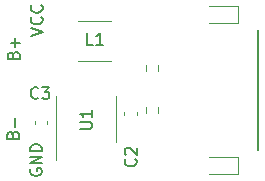
<source format=gbr>
%TF.GenerationSoftware,KiCad,Pcbnew,6.0.11+dfsg-1~bpo11+1*%
%TF.CreationDate,2023-02-24T17:28:24+00:00*%
%TF.ProjectId,134n3p,3133346e-3370-42e6-9b69-6361645f7063,rev?*%
%TF.SameCoordinates,Original*%
%TF.FileFunction,Legend,Top*%
%TF.FilePolarity,Positive*%
%FSLAX46Y46*%
G04 Gerber Fmt 4.6, Leading zero omitted, Abs format (unit mm)*
G04 Created by KiCad (PCBNEW 6.0.11+dfsg-1~bpo11+1) date 2023-02-24 17:28:24*
%MOMM*%
%LPD*%
G01*
G04 APERTURE LIST*
%ADD10C,0.150000*%
%ADD11C,0.120000*%
G04 APERTURE END LIST*
D10*
%TO.C,C3*%
X137187333Y-86332142D02*
X137139714Y-86379761D01*
X136996857Y-86427380D01*
X136901619Y-86427380D01*
X136758761Y-86379761D01*
X136663523Y-86284523D01*
X136615904Y-86189285D01*
X136568285Y-85998809D01*
X136568285Y-85855952D01*
X136615904Y-85665476D01*
X136663523Y-85570238D01*
X136758761Y-85475000D01*
X136901619Y-85427380D01*
X136996857Y-85427380D01*
X137139714Y-85475000D01*
X137187333Y-85522619D01*
X137520666Y-85427380D02*
X138139714Y-85427380D01*
X137806380Y-85808333D01*
X137949238Y-85808333D01*
X138044476Y-85855952D01*
X138092095Y-85903571D01*
X138139714Y-85998809D01*
X138139714Y-86236904D01*
X138092095Y-86332142D01*
X138044476Y-86379761D01*
X137949238Y-86427380D01*
X137663523Y-86427380D01*
X137568285Y-86379761D01*
X137520666Y-86332142D01*
%TO.C,GND*%
X136570000Y-92371904D02*
X136522380Y-92467142D01*
X136522380Y-92610000D01*
X136570000Y-92752857D01*
X136665238Y-92848095D01*
X136760476Y-92895714D01*
X136950952Y-92943333D01*
X137093809Y-92943333D01*
X137284285Y-92895714D01*
X137379523Y-92848095D01*
X137474761Y-92752857D01*
X137522380Y-92610000D01*
X137522380Y-92514761D01*
X137474761Y-92371904D01*
X137427142Y-92324285D01*
X137093809Y-92324285D01*
X137093809Y-92514761D01*
X137522380Y-91895714D02*
X136522380Y-91895714D01*
X137522380Y-91324285D01*
X136522380Y-91324285D01*
X137522380Y-90848095D02*
X136522380Y-90848095D01*
X136522380Y-90610000D01*
X136570000Y-90467142D01*
X136665238Y-90371904D01*
X136760476Y-90324285D01*
X136950952Y-90276666D01*
X137093809Y-90276666D01*
X137284285Y-90324285D01*
X137379523Y-90371904D01*
X137474761Y-90467142D01*
X137522380Y-90610000D01*
X137522380Y-90848095D01*
%TO.C,C2*%
X145427142Y-91526666D02*
X145474761Y-91574285D01*
X145522380Y-91717142D01*
X145522380Y-91812380D01*
X145474761Y-91955238D01*
X145379523Y-92050476D01*
X145284285Y-92098095D01*
X145093809Y-92145714D01*
X144950952Y-92145714D01*
X144760476Y-92098095D01*
X144665238Y-92050476D01*
X144570000Y-91955238D01*
X144522380Y-91812380D01*
X144522380Y-91717142D01*
X144570000Y-91574285D01*
X144617619Y-91526666D01*
X144617619Y-91145714D02*
X144570000Y-91098095D01*
X144522380Y-91002857D01*
X144522380Y-90764761D01*
X144570000Y-90669523D01*
X144617619Y-90621904D01*
X144712857Y-90574285D01*
X144808095Y-90574285D01*
X144950952Y-90621904D01*
X145522380Y-91193333D01*
X145522380Y-90574285D01*
%TO.C,L1*%
X141819333Y-81856380D02*
X141343142Y-81856380D01*
X141343142Y-80856380D01*
X142676476Y-81856380D02*
X142105047Y-81856380D01*
X142390761Y-81856380D02*
X142390761Y-80856380D01*
X142295523Y-80999238D01*
X142200285Y-81094476D01*
X142105047Y-81142095D01*
%TO.C,U1*%
X140736380Y-88959904D02*
X141545904Y-88959904D01*
X141641142Y-88912285D01*
X141688761Y-88864666D01*
X141736380Y-88769428D01*
X141736380Y-88578952D01*
X141688761Y-88483714D01*
X141641142Y-88436095D01*
X141545904Y-88388476D01*
X140736380Y-88388476D01*
X141736380Y-87388476D02*
X141736380Y-87959904D01*
X141736380Y-87674190D02*
X140736380Y-87674190D01*
X140879238Y-87769428D01*
X140974476Y-87864666D01*
X141022095Y-87959904D01*
%TO.C,VCC*%
X136562380Y-81073333D02*
X137562380Y-80740000D01*
X136562380Y-80406666D01*
X137467142Y-79501904D02*
X137514761Y-79549523D01*
X137562380Y-79692380D01*
X137562380Y-79787619D01*
X137514761Y-79930476D01*
X137419523Y-80025714D01*
X137324285Y-80073333D01*
X137133809Y-80120952D01*
X136990952Y-80120952D01*
X136800476Y-80073333D01*
X136705238Y-80025714D01*
X136610000Y-79930476D01*
X136562380Y-79787619D01*
X136562380Y-79692380D01*
X136610000Y-79549523D01*
X136657619Y-79501904D01*
X137467142Y-78501904D02*
X137514761Y-78549523D01*
X137562380Y-78692380D01*
X137562380Y-78787619D01*
X137514761Y-78930476D01*
X137419523Y-79025714D01*
X137324285Y-79073333D01*
X137133809Y-79120952D01*
X136990952Y-79120952D01*
X136800476Y-79073333D01*
X136705238Y-79025714D01*
X136610000Y-78930476D01*
X136562380Y-78787619D01*
X136562380Y-78692380D01*
X136610000Y-78549523D01*
X136657619Y-78501904D01*
%TO.C,B-*%
X135048571Y-89467619D02*
X135096190Y-89324761D01*
X135143809Y-89277142D01*
X135239047Y-89229523D01*
X135381904Y-89229523D01*
X135477142Y-89277142D01*
X135524761Y-89324761D01*
X135572380Y-89420000D01*
X135572380Y-89800952D01*
X134572380Y-89800952D01*
X134572380Y-89467619D01*
X134620000Y-89372380D01*
X134667619Y-89324761D01*
X134762857Y-89277142D01*
X134858095Y-89277142D01*
X134953333Y-89324761D01*
X135000952Y-89372380D01*
X135048571Y-89467619D01*
X135048571Y-89800952D01*
X135191428Y-88800952D02*
X135191428Y-88039047D01*
%TO.C,B+*%
X135088571Y-82727619D02*
X135136190Y-82584761D01*
X135183809Y-82537142D01*
X135279047Y-82489523D01*
X135421904Y-82489523D01*
X135517142Y-82537142D01*
X135564761Y-82584761D01*
X135612380Y-82680000D01*
X135612380Y-83060952D01*
X134612380Y-83060952D01*
X134612380Y-82727619D01*
X134660000Y-82632380D01*
X134707619Y-82584761D01*
X134802857Y-82537142D01*
X134898095Y-82537142D01*
X134993333Y-82584761D01*
X135040952Y-82632380D01*
X135088571Y-82727619D01*
X135088571Y-83060952D01*
X135231428Y-82060952D02*
X135231428Y-81299047D01*
X135612380Y-81680000D02*
X134850476Y-81680000D01*
D11*
%TO.C,C3*%
X136904000Y-88266233D02*
X136904000Y-88558767D01*
X137924000Y-88266233D02*
X137924000Y-88558767D01*
%TO.C,C2*%
X145520000Y-87793767D02*
X145520000Y-87501233D01*
X144500000Y-87793767D02*
X144500000Y-87501233D01*
%TO.C,L1*%
X140599748Y-79824000D02*
X143372252Y-79824000D01*
X140599748Y-83244000D02*
X143372252Y-83244000D01*
%TO.C,RED*%
X154107500Y-91325000D02*
X151647500Y-91325000D01*
X154107500Y-92795000D02*
X154107500Y-91325000D01*
X151647500Y-92795000D02*
X154107500Y-92795000D01*
D10*
%TO.C,U2*%
X155840800Y-80560000D02*
X155840800Y-90720000D01*
D11*
%TO.C,R1*%
X147334500Y-83565276D02*
X147334500Y-84074724D01*
X146289500Y-83565276D02*
X146289500Y-84074724D01*
%TO.C,BLUE*%
X154105000Y-79995000D02*
X154105000Y-78525000D01*
X154105000Y-78525000D02*
X151645000Y-78525000D01*
X151645000Y-79995000D02*
X154105000Y-79995000D01*
%TO.C,U1*%
X143784000Y-88138000D02*
X143784000Y-86188000D01*
X138664000Y-88138000D02*
X138664000Y-91588000D01*
X143784000Y-88138000D02*
X143784000Y-90088000D01*
X138664000Y-88138000D02*
X138664000Y-86188000D01*
%TO.C,R2*%
X146289500Y-87630724D02*
X146289500Y-87121276D01*
X147334500Y-87630724D02*
X147334500Y-87121276D01*
%TD*%
M02*

</source>
